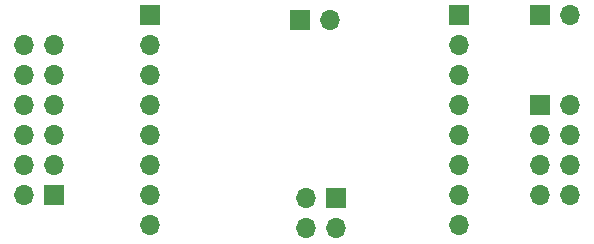
<source format=gbr>
%TF.GenerationSoftware,KiCad,Pcbnew,7.0.6*%
%TF.CreationDate,2024-05-30T22:34:02-07:00*%
%TF.ProjectId,pmod_lvl_shft,706d6f64-5f6c-4766-9c5f-736866742e6b,rev?*%
%TF.SameCoordinates,Original*%
%TF.FileFunction,Soldermask,Bot*%
%TF.FilePolarity,Negative*%
%FSLAX46Y46*%
G04 Gerber Fmt 4.6, Leading zero omitted, Abs format (unit mm)*
G04 Created by KiCad (PCBNEW 7.0.6) date 2024-05-30 22:34:02*
%MOMM*%
%LPD*%
G01*
G04 APERTURE LIST*
%ADD10R,1.700000X1.700000*%
%ADD11O,1.700000X1.700000*%
G04 APERTURE END LIST*
D10*
%TO.C,J7*%
X137160000Y-53340000D03*
D11*
X137160000Y-55880000D03*
X137160000Y-58420000D03*
X137160000Y-60960000D03*
X137160000Y-63500000D03*
X137160000Y-66040000D03*
X137160000Y-68580000D03*
X137160000Y-71120000D03*
%TD*%
D10*
%TO.C,J6*%
X163322000Y-53340000D03*
D11*
X163322000Y-55880000D03*
X163322000Y-58420000D03*
X163322000Y-60960000D03*
X163322000Y-63500000D03*
X163322000Y-66040000D03*
X163322000Y-68580000D03*
X163322000Y-71120000D03*
%TD*%
D10*
%TO.C,J5*%
X149860000Y-53760000D03*
D11*
X152400000Y-53760000D03*
%TD*%
D10*
%TO.C,J4*%
X170180000Y-53340000D03*
D11*
X172720000Y-53340000D03*
%TD*%
D10*
%TO.C,J3*%
X152913000Y-68829000D03*
D11*
X152913000Y-71369000D03*
X150373000Y-68829000D03*
X150373000Y-71369000D03*
%TD*%
%TO.C,J2*%
X126492000Y-55880000D03*
X129032000Y-55880000D03*
X126492000Y-58420000D03*
X129032000Y-58420000D03*
X126492000Y-60960000D03*
X129032000Y-60960000D03*
X126492000Y-63500000D03*
X129032000Y-63500000D03*
X126492000Y-66040000D03*
X129032000Y-66040000D03*
X126492000Y-68580000D03*
D10*
X129032000Y-68580000D03*
%TD*%
%TO.C,J1*%
X170180000Y-60960000D03*
D11*
X172720000Y-60960000D03*
X170180000Y-63500000D03*
X172720000Y-63500000D03*
X170180000Y-66040000D03*
X172720000Y-66040000D03*
X170180000Y-68580000D03*
X172720000Y-68580000D03*
%TD*%
M02*

</source>
